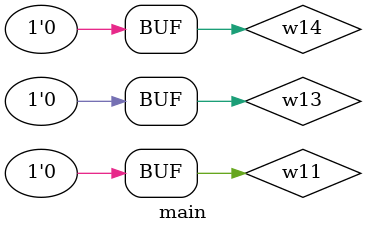
<source format=v>

module ALU(F, B, N, C, A, Z);
//: interface  /sz:(180, 121) /bd:[ Ri0>B[7:0](21/121) Ri1>A[7:0](58/121) Ri2>F[3:0](105/121) Lo0<C[7:0](32/121) Lo1<Z(80/121) Lo2<N(106/121) ]
supply0 w32;    //: /sn:0 {0}(20,-931)(20,-972)(-15,-972)(-15,-959){1}
input [7:0] B;    //: /sn:0 {0}(-248,-1431)(-158,-1431){1}
//: {2}(-154,-1431)(2,-1431){3}
//: {4}(-156,-1433)(-156,-1689)(-127,-1689){5}
//: {6}(-156,-1429)(-156,-1355){7}
//: {8}(-154,-1353)(1,-1353){9}
//: {10}(-156,-1351)(-156,-1303){11}
//: {12}(-154,-1301)(2,-1301){13}
//: {14}(-156,-1299)(-156,-1043){15}
//: {16}(-154,-1041)(8,-1041){17}
//: {18}(-156,-1039)(-156,-729){19}
//: {20}(-154,-727)(1,-727){21}
//: {22}(-156,-725)(-156,-443){23}
//: {24}(-154,-441)(2,-441){25}
//: {26}(-156,-439)(-156,-234){27}
//: {28}(-154,-232)(-2,-232){29}
//: {30}(-156,-230)(-156,-89){31}
//: {32}(-154,-87)(-5,-87){33}
//: {34}(-156,-85)(-156,65){35}
//: {36}(-154,67)(-6,67){37}
//: {38}(-156,69)(-156,169){39}
//: {40}(-154,171)(-3,171){41}
//: {42}(-156,173)(-156,265){43}
//: {44}(-154,267)(-3,267){45}
//: {46}(-156,269)(-156,396)(0,396){47}
supply0 w15;    //: /sn:0 {0}(14,-1235)(14,-1273)(-14,-1273)(-14,-1264){1}
input [3:0] F;    //: /sn:0 /dp:1 {0}(308,359)(381,359){1}
supply0 w3;    //: /sn:0 {0}(16,-1471)(16,-1508)(-8,-1508)(-8,-1498){1}
input [7:0] A;    //: /sn:0 {0}(-246,-1463)(-139,-1463){1}
//: {2}(-135,-1463)(2,-1463){3}
//: {4}(-137,-1465)(-137,-1579)(-126,-1579){5}
//: {6}(-137,-1461)(-137,-1360){7}
//: {8}(-135,-1358)(1,-1358){9}
//: {10}(-137,-1356)(-137,-1308){11}
//: {12}(-135,-1306)(2,-1306){13}
//: {14}(-137,-1304)(-137,-1229){15}
//: {16}(-135,-1227)(0,-1227){17}
//: {18}(-137,-1225)(-137,-925){19}
//: {20}(-135,-923)(6,-923){21}
//: {22}(-137,-921)(-137,-606){23}
//: {24}(-135,-604)(2,-604){25}
//: {26}(-137,-602)(-137,-266){27}
//: {28}(-135,-264)(-2,-264){29}
//: {30}(-137,-262)(-137,-121){31}
//: {32}(-135,-119)(-5,-119){33}
//: {34}(-137,-117)(-137,33){35}
//: {36}(-135,35)(-6,35){37}
//: {38}(-137,37)(-137,164){39}
//: {40}(-135,166)(-3,166){41}
//: {42}(-137,168)(-137,220){43}
//: {44}(-135,222)(-3,222){45}
//: {46}(-137,224)(-137,364)(-61,364){47}
output Z;    //: /sn:0 /dp:1 {0}(20,-1577)(-22,-1577){1}
supply0 w34;    //: /sn:0 {0}(15,-767)(15,-811)(-17,-811)(-17,-796){1}
supply0 w43;    //: /sn:0 {0}(97,340)(97,328)(118,328)(118,372){1}
supply0 w20;    //: /sn:0 {0}(14,356)(14,317)(-12,317)(-12,326){1}
output [7:0] C;    //: /sn:0 /dp:1 {0}(634,210)(685,210){1}
supply0 w29;    //: /sn:0 {0}(22,-1081)(22,-1125)(-10,-1125)(-10,-1110){1}
output N;    //: /sn:0 {0}(-23,-1687)(22,-1687){1}
wire [7:0] w6;    //: /sn:0 /dp:1 {0}(512,276)(235,276)(235,-113)(24,-113){1}
wire [7:0] w45;    //: /sn:0 {0}(40,479)(78,479)(78,412)(104,412){1}
wire [7:0] w7;    //: /sn:0 /dp:1 {0}(512,283)(221,283)(221,61)(23,61){1}
wire w61;    //: /sn:0 {0}(-120,-1584)(-81,-1584)(-81,-1579)(-43,-1579){1}
wire w60;    //: /sn:0 {0}(-120,-1574)(-43,-1574){1}
wire w56;    //: /sn:0 /dp:1 {0}(-120,-1544)(-61,-1544)(-61,-1559)(-43,-1559){1}
wire w16;    //: /sn:0 {0}(14,-1187)(14,-1154)(-13,-1154)(-13,-1169){1}
wire [7:0] w14;    //: /sn:0 {0}(29,-1211)(331,-1211)(331,163)(512,163){1}
wire [7:0] w19;    //: /sn:0 {0}(29,380)(104,380){1}
wire [7:0] w4;    //: /sn:0 /dp:1 {0}(512,263)(259,263)(259,-441)(23,-441){1}
wire [2:0] w38;    //: /sn:0 /dp:1 {0}(13,-403)(13,-367)(-5,-367){1}
wire w69;    //: /sn:0 {0}(-121,-1704)(-76,-1704)(-76,-1694)(-44,-1694){1}
wire [2:0] w0;    //: /sn:0 {0}(387,364)(434,364)(434,235){1}
//: {2}(436,233)(528,233)(528,264){3}
//: {4}(434,231)(434,114)(528,114)(528,144){5}
wire w66;    //: /sn:0 {0}(-121,-1674)(-81,-1674)(-81,-1679)(-44,-1679){1}
wire w64;    //: /sn:0 {0}(-120,-1614)(-65,-1614)(-65,-1594)(-43,-1594){1}
wire [7:0] w37;    //: /sn:0 {0}(30,-743)(292,-743)(292,183)(512,183){1}
wire w63;    //: /sn:0 {0}(-120,-1604)(-70,-1604)(-70,-1589)(-43,-1589){1}
wire [7:0] w21;    //: /sn:0 /dp:1 {0}(512,190)(279,190)(279,-604)(23,-604){1}
wire w67;    //: /sn:0 {0}(-121,-1684)(-44,-1684){1}
wire w58;    //: /sn:0 {0}(-121,-1654)(-62,-1654)(-62,-1669)(-44,-1669){1}
wire [7:0] w31;    //: /sn:0 {0}(35,-907)(305,-907)(305,176)(512,176){1}
wire [7:0] w28;    //: /sn:0 {0}(37,-1057)(319,-1057)(319,170)(512,170){1}
wire [7:0] w41;    //: /sn:0 {0}(24,-93)(69,-93)(69,-79){1}
wire [7:0] w36;    //: /sn:0 {0}(-27,-759)(1,-759){1}
wire [7:0] w24;    //: /sn:0 /dp:1 {0}(22,-1355)(356,-1355)(356,150)(512,150){1}
wire [7:0] w23;    //: /sn:0 {0}(541,167)(595,167)(595,200)(605,200){1}
wire w1;    //: /sn:0 {0}(387,354)(421,354)(421,100)(621,100)(621,187){1}
wire [2:0] w25;    //: /sn:0 /dp:1 {0}(-7,-540)(13,-540)(13,-566){1}
wire w65;    //: /sn:0 {0}(-121,-1664)(-72,-1664)(-72,-1674)(-44,-1674){1}
wire [7:0] w40;    //: /sn:0 {0}(81,-253)(111,-253)(111,-290){1}
wire w35;    //: /sn:0 {0}(15,-719)(15,-686)(-18,-686)(-18,-702){1}
wire [7:0] w18;    //: /sn:0 {0}(-33,-891)(6,-891){1}
wire [7:0] w8;    //: /sn:0 /dp:1 {0}(512,290)(206,290)(206,169)(18,169){1}
wire w71;    //: /sn:0 {0}(-121,-1724)(-66,-1724)(-66,-1704)(-44,-1704){1}
wire w68;    //: /sn:0 {0}(-121,-1694)(-82,-1694)(-82,-1689)(-44,-1689){1}
wire w30;    //: /sn:0 {0}(22,-1033)(22,-1000)(-11,-1000)(-11,-1016){1}
wire [7:0] w17;    //: /sn:0 {0}(-43,-1195)(0,-1195){1}
wire [7:0] w22;    //: /sn:0 /dp:1 {0}(23,-1303)(344,-1303)(344,156)(512,156){1}
wire w59;    //: /sn:0 {0}(-120,-1564)(-80,-1564)(-80,-1569)(-43,-1569){1}
wire w62;    //: /sn:0 {0}(-120,-1594)(-75,-1594)(-75,-1584)(-43,-1584){1}
wire w57;    //: /sn:0 {0}(-120,-1554)(-71,-1554)(-71,-1564)(-43,-1564){1}
wire [7:0] w44;    //: /sn:0 {0}(-45,364)(0,364){1}
wire w2;    //: /sn:0 {0}(16,-1423)(16,-1392)(-10,-1392)(-10,-1406){1}
wire [7:0] w12;    //: /sn:0 {0}(31,-1447)(369,-1447)(369,143)(512,143){1}
wire [7:0] w11;    //: /sn:0 {0}(512,310)(177,310)(177,396)(133,396){1}
wire w70;    //: /sn:0 {0}(-121,-1714)(-71,-1714)(-71,-1699)(-44,-1699){1}
wire [7:0] w10;    //: /sn:0 {0}(512,303)(176,303)(176,267)(13,267){1}
wire [7:0] w27;    //: /sn:0 {0}(-41,-1073)(8,-1073){1}
wire [7:0] w13;    //: /sn:0 {0}(541,287)(595,287)(595,220)(605,220){1}
wire w48;    //: /sn:0 {0}(118,420)(118,445)(151,445)(151,429){1}
wire w33;    //: /sn:0 {0}(20,-883)(20,-848)(-20,-848)(-20,-863){1}
wire [7:0] w5;    //: /sn:0 {0}(512,270)(247,270)(247,-243)(81,-243){1}
wire w42;    //: /sn:0 {0}(14,404)(14,440)(-15,440)(-15,425){1}
wire [7:0] w9;    //: /sn:0 /dp:1 {0}(512,296)(190,296)(190,222)(13,222){1}
wire [7:0] w39;    //: /sn:0 {0}(23,41)(69,41)(69,21){1}
wire [15:0] w26;    //: /sn:0 {0}(27,-248)(75,-248){1}
//: enddecls

  //: joint g61 (A) @(-137, -264) /anc:1 /w:[ 28 27 -1 30 ]
  add g4 (.A(B), .B(A), .S(w12), .CI(w3), .CO(w2));   //: @(18,-1447) /sn:0 /R:1 /anc:1 /w:[ 3 3 0 0 0 ]
  mux g8 (.I0(w12), .I1(w24), .I2(w22), .I3(w14), .I4(w28), .I5(w31), .I6(w37), .I7(w21), .S(w0), .Z(w23));   //: @(528,167) /sn:0 /R:1 /anc:1 /w:[ 1 1 1 1 1 1 1 0 5 0 ]
  //: joint g86 (A) @(-137, 222) /anc:1 /w:[ 44 43 -1 46 ]
  //: joint g58 (A) @(-137, -604) /anc:1 /w:[ 24 23 -1 26 ]
  concat g55 (.I0(w5), .I1(w40), .Z(w26));   //: @(76,-248) /sn:0 /R:2 /anc:1 /w:[ 1 0 1 ] /dr:1
  lshift g51 (.I(B), .Z(w4), .S(w38));   //: @(13,-441) /sn:0 /R:1 /anc:1 /w:[ 25 1 0 ]
  //: comment g37 /dolink:0 /link:"" @(47,-924) /sn:0 /R:1 /anc:1
  //: /line:"DEC A"
  //: /end
  //: comment g34 /dolink:0 /link:"" @(39,-1227) /sn:0 /R:1 /anc:1
  //: /line:"INC A"
  //: /end
  add g13 (.A(w17), .B(A), .S(w14), .CI(w15), .CO(w16));   //: @(16,-1211) /sn:0 /R:1 /anc:1 /w:[ 1 17 0 0 0 ]
  concat g3 (.I0(w0), .I1(w1), .Z(F));   //: @(382,359) /sn:0 /R:2 /anc:1 /w:[ 0 0 1 ] /dr:1
  //: dip g89 (w45) @(2,479) /sn:0 /R:1 /anc:1 /w:[ 0 ] /st:1
  //: joint g77 (B) @(-156, 171) /anc:1 /w:[ 40 39 -1 42 ]
  //: joint g76 (A) @(-137, 166) /anc:1 /w:[ 40 39 -1 42 ]
  div g65 (.A(B), .B(A), .Q(w39), .R(w7));   //: @(10,51) /sn:0 /R:1 /anc:1 /w:[ 37 37 0 1 ]
  //: input g2 (F) @(306,359) /sn:0 /anc:1 /w:[ 0 ]
  //: joint g59 (B) @(-156, -441) /anc:1 /w:[ 24 23 -1 26 ]
  //: joint g72 (A) @(-137, 35) /anc:1 /w:[ 36 35 -1 38 ]
  //: input g1 (B) @(-250,-1431) /sn:0 /anc:1 /w:[ 0 ]
  //: output g98 (N) @(19,-1687) /sn:0 /anc:1 /w:[ 1 ]
  //: comment g64 /dolink:0 /link:"" @(33,-138) /sn:0 /R:2 /anc:1
  //: /line:"B div A - remainder lost"
  //: /end
  and g96 (.I0(!w71), .I1(!w70), .I2(!w69), .I3(!w68), .I4(!w67), .I5(!w66), .I6(!w65), .I7(!w58), .Z(N));   //: @(-33,-1687) /sn:0 /anc:1 /w:[ 1 1 1 1 1 1 1 1 0 ]
  led g16 (.I(w16));   //: @(-13,-1176) /sn:0 /anc:1 /w:[ 1 ] /type:0
  //: frame g11 @(394,73) /sn:0 /anc:1 /wi:271 /ht:251 /tx:""
  //: joint g87 (B) @(-156, 267) /anc:1 /w:[ 44 43 -1 46 ]
  //: comment g78 /dolink:0 /link:"" @(27,206) /sn:0 /anc:1
  //: /line:"Not A"
  //: /end
  //: comment g50 /dolink:0 /link:"" @(29,-625) /sn:0 /R:1 /anc:1
  //: /line:"Shift A left 1 bit"
  //: /end
  //: supply0 g28 (w29) @(-10,-1104) /sn:0 /anc:1 /w:[ 1 ]
  //: output g10 (C) @(682,210) /sn:0 /anc:1 /w:[ 1 ]
  //: comment g32 /dolink:0 /link:"" @(33,-1372) /sn:0 /R:1 /anc:1
  //: /line:"A and B"
  //: /end
  led g27 (.I(w30));   //: @(-11,-1023) /sn:0 /anc:1 /w:[ 1 ] /type:0
  //: joint g19 (A) @(-137, -1463) /anc:1 /w:[ 2 4 1 6 ]
  //: comment g69 /dolink:0 /link:"" @(29,65) /sn:0 /anc:1
  //: /line:"B mod A - quotient lost"
  //: /end
  led g38 (.I(w33));   //: @(-20,-870) /sn:0 /anc:1 /w:[ 1 ] /type:0
  mux g6 (.I0(w23), .I1(w13), .S(w1), .Z(C));   //: @(621,210) /sn:0 /R:1 /anc:1 /w:[ 1 1 1 0 ]
  //: comment g75 /dolink:0 /link:"" @(28,151) /sn:0 /anc:1
  //: /line:"A xor B"
  //: /end
  //: comment g57 /dolink:0 /link:"" @(29,-227) /sn:0 /anc:1
  //: /line:"A x B - overflow lost"
  //: /end
  //: comment g53 /dolink:0 /link:"" @(29,-461) /sn:0 /R:1 /anc:1
  //: /line:"Shift B left 1 bit"
  //: /end
  mux g7 (.I0(w4), .I1(w5), .I2(w6), .I3(w7), .I4(w8), .I5(w9), .I6(w10), .I7(w11), .S(w0), .Z(w13));   //: @(528,287) /sn:0 /R:1 /anc:1 /w:[ 0 0 0 0 0 0 0 0 3 0 ]
  //: joint g9 (w0) @(434, 233) /anc:1 /w:[ 2 4 -1 1 ]
  not g71 (.I(A), .Z(w9));   //: @(3,222) /sn:0 /anc:1 /w:[ 45 1 ]
  //: comment g31 /dolink:0 /link:"" @(42,-1467) /sn:0 /R:1 /anc:1
  //: /line:"A+B"
  //: /end
  or g20 (.I0(A), .I1(B), .Z(w22));   //: @(13,-1303) /sn:0 /anc:1 /w:[ 13 13 0 ]
  and g15 (.I0(A), .I1(B), .Z(w24));   //: @(12,-1355) /sn:0 /anc:1 /w:[ 9 9 0 ]
  //: joint g68 (B) @(-156, -87) /anc:1 /w:[ 32 31 -1 34 ]
  //: joint g67 (A) @(-137, -119) /anc:1 /w:[ 32 31 -1 34 ]
  //: supply0 g39 (w32) @(-15,-953) /sn:0 /anc:1 /w:[ 1 ]
  lshift g48 (.I(A), .Z(w21), .S(w25));   //: @(13,-604) /sn:0 /R:1 /anc:1 /w:[ 25 1 1 ]
  led g43 (.I(w35));   //: @(-18,-709) /sn:0 /anc:1 /w:[ 1 ] /type:0
  add g88 (.A(w45), .B(w19), .S(w11), .CI(w43), .CO(w48));   //: @(120,396) /sn:0 /R:1 /anc:1 /w:[ 1 1 1 1 0 ]
  //: joint g73 (B) @(-156, 67) /anc:1 /w:[ 36 35 -1 38 ]
  //: joint g62 (B) @(-156, -232) /anc:1 /w:[ 28 27 -1 30 ]
  //: dip g29 (w27) @(-79,-1073) /sn:0 /R:1 /anc:1 /w:[ 0 ] /st:1
  //: dip g25 (w38) @(-43,-367) /sn:0 /R:1 /anc:1 /w:[ 1 ] /st:1
  //: joint g17 (A) @(-137, -1306) /anc:1 /w:[ 12 11 -1 14 ]
  led g63 (.I(w41));   //: @(69,-72) /sn:0 /R:2 /anc:1 /w:[ 1 ] /type:2
  //: joint g52 (B) @(-156, -727) /anc:1 /w:[ 20 19 -1 22 ]
  //: supply0 g42 (w34) @(-17,-790) /sn:0 /anc:1 /w:[ 1 ]
  //: supply0 g83 (w20) @(-12,332) /sn:0 /anc:1 /w:[ 1 ]
  not g74 (.I(B), .Z(w10));   //: @(3,267) /sn:0 /anc:1 /w:[ 45 1 ]
  led g56 (.I(w40));   //: @(111,-297) /sn:0 /anc:1 /w:[ 1 ] /type:2
  //: supply0 g14 (w15) @(-14,-1258) /sn:0 /anc:1 /w:[ 1 ]
  //: supply0 g5 (w3) @(-8,-1492) /sn:0 /anc:1 /w:[ 1 ]
  concat g95 (.I0(w58), .I1(w65), .I2(w66), .I3(w67), .I4(w68), .I5(w69), .I6(w70), .I7(w71), .Z(B));   //: @(-126,-1689) /sn:0 /R:2 /anc:1 /w:[ 0 0 0 0 0 0 0 0 5 ] /dr:1
  concat g94 (.I0(w56), .I1(w57), .I2(w59), .I3(w60), .I4(w61), .I5(w62), .I6(w63), .I7(w64), .Z(A));   //: @(-125,-1579) /sn:0 /R:2 /anc:1 /w:[ 0 0 0 0 0 0 0 0 5 ] /dr:1
  //: comment g80 /dolink:0 /link:"" @(443,59) /sn:0 /anc:1
  //: /line:"16 x 1 Multiplexor"
  //: /end
  //: comment g79 /dolink:0 /link:"" @(27,252) /sn:0 /anc:1
  //: /line:"Not B"
  //: /end
  //: joint g47 (B) @(-156, -1041) /anc:1 /w:[ 16 15 -1 18 ]
  //: dip g44 (w36) @(-65,-759) /sn:0 /R:1 /anc:1 /w:[ 0 ] /st:255
  //: comment g92 /dolink:0 /link:"" @(-20,503) /sn:0 /anc:1
  //: /line:"B - A = B + Not A + 1"
  //: /end
  not g85 (.I(A), .Z(w44));   //: @(-55,364) /sn:0 /anc:1 /w:[ 47 0 ]
  led g84 (.I(w42));   //: @(-15,418) /sn:0 /anc:1 /w:[ 1 ] /type:0
  add g36 (.A(w18), .B(A), .S(w31), .CI(w32), .CO(w33));   //: @(22,-907) /sn:0 /R:1 /anc:1 /w:[ 1 21 0 0 0 ]
  //: dip g24 (w25) @(-45,-540) /sn:0 /R:1 /anc:1 /w:[ 0 ] /st:1
  //: joint g21 (A) @(-137, -1358) /anc:1 /w:[ 8 7 -1 10 ]
  //: joint g41 (A) @(-137, -1227) /anc:1 /w:[ 16 15 -1 18 ]
  //: dip g23 (w17) @(-81,-1195) /sn:0 /R:1 /anc:1 /w:[ 0 ] /st:1
  //: frame g93 @(-66,306) /sn:0 /anc:1 /wi:236 /ht:191 /tx:""
  add g81 (.A(B), .B(w44), .S(w19), .CI(w20), .CO(w42));   //: @(16,380) /sn:0 /R:1 /w:[ 47 1 0 0 0 ]
  div g60 (.A(B), .B(A), .Q(w6), .R(w41));   //: @(11,-103) /sn:0 /R:1 /anc:1 /w:[ 33 33 1 0 ]
  mult g54 (.A(B), .B(A), .P(w26));   //: @(14,-248) /sn:0 /R:1 /anc:1 /w:[ 29 29 0 ]
  //: dip g40 (w18) @(-71,-891) /sn:0 /R:1 /anc:1 /w:[ 0 ] /st:255
  led g90 (.I(w48));   //: @(151,422) /sn:0 /anc:1 /w:[ 1 ] /type:0
  xor g70 (.I0(A), .I1(B), .Z(w8));   //: @(8,169) /sn:0 /anc:1 /w:[ 41 41 1 ]
  //: comment g46 /dolink:0 /link:"" @(39,-759) /sn:0 /R:1
  //: /line:"DEC B"
  //: /end
  add g45 (.A(B), .B(w36), .S(w37), .CI(w34), .CO(w35));   //: @(17,-743) /sn:0 /R:1 /anc:1 /w:[ 21 1 0 0 0 ]
  //: comment g35 /dolink:0 /link:"" @(46,-1073) /sn:0 /R:1 /anc:1
  //: /line:"INC B"
  //: /end
  add g26 (.A(B), .B(w27), .S(w28), .CI(w29), .CO(w30));   //: @(24,-1057) /sn:0 /R:1 /anc:1 /w:[ 17 1 0 0 0 ]
  //: joint g22 (B) @(-156, -1353) /anc:1 /w:[ 8 7 -1 10 ]
  //: input g0 (A) @(-248,-1463) /sn:0 /anc:1 /w:[ 0 ]
  //: output g97 (Z) @(17,-1577) /sn:0 /anc:1 /w:[ 0 ]
  and g82 (.I0(!w64), .I1(!w63), .I2(!w62), .I3(!w61), .I4(!w60), .I5(!w59), .I6(!w57), .I7(!w56), .Z(Z));   //: @(-32,-1577) /sn:0 /anc:1 /w:[ 1 1 1 1 1 1 1 1 1 ]
  led g66 (.I(w39));   //: @(69,14) /sn:0 /anc:1 /w:[ 1 ] /type:2
  //: joint g18 (B) @(-156, -1431) /anc:1 /w:[ 2 4 1 6 ]
  led g12 (.I(w2));   //: @(-10,-1413) /sn:0 /anc:1 /w:[ 1 ] /type:0
  //: supply0 g91 (w43) @(97,346) /sn:0 /anc:1 /w:[ 0 ]
  //: comment g33 /dolink:0 /link:"" @(37,-1320) /sn:0 /R:1 /anc:1
  //: /line:"A or B"
  //: /end
  //: joint g30 (B) @(-156, -1301) /anc:1 /w:[ 12 11 -1 14 ]
  //: joint g49 (A) @(-137, -923) /anc:1 /w:[ 20 19 -1 22 ]

endmodule

module cpu(DI, MD, PA, DWE, DO, MA, clk, DA, PI, rst);
//: interface  /sz:(116, 360) /bd:[ Li0>rst(200/360) Li1>clk(166/360) Li2>PI[7:0](82/360) Ri0>MD[31:0](327/360) Ri1>DI[7:0](170/360) Lo0<POE(126/360) Lo1<PA[7:0](46/360) Ro0<DA[7:0](47/360) Ro1<MA[7:0](290/360) Ro2<DOE(214/360) Ro3<DO[7:0](130/360) Ro4<DWE(88/360) ]
input [31:0] MD;    //: /sn:0 /dp:1 {0}(2133,-35)(2133,-62)(2174,-62){1}
output [7:0] DO;    //: /sn:0 /dp:1 {0}(1339,937)(1339,117)(1137,117){1}
//: {2}(1133,117)(1109,117){3}
//: {4}(1105,117)(891,117){5}
//: {6}(889,115)(889,112){7}
//: {8}(889,119)(889,135)(940,135){9}
//: {10}(1107,119)(1107,936){11}
//: {12}(1135,119)(1135,128){13}
input [7:0] PI;    //: /sn:0 /dp:1 {0}(886,418)(886,395)(853,395){1}
output [7:0] MA;    //: /sn:0 /dp:1 {0}(2301,164)(2231,164){1}
input rst;    //: /sn:0 {0}(848,-61)(884,-61){1}
supply0 w36;    //: /sn:0 {0}(2052,284)(2052,274)(2076,274)(2076,303){1}
output [7:0] PA;    //: /sn:0 /dp:1 {0}(1755,375)(1790,375){1}
output DWE;    //: /sn:0 {0}(1587,-28)(1552,-28){1}
output [7:0] DA;    //: /sn:0 {0}(2202,265)(2254,265){1}
input [7:0] DI;    //: /sn:0 /dp:1 {0}(676,61)(769,61){1}
input clk;    //: /sn:0 {0}(426,133)(477,133)(477,105)(484,105){1}
wire w6;    //: /sn:0 {0}(1104,89)(1059,89)(1059,842)(922,842){1}
wire w32;    //: /sn:0 {0}(1104,69)(1037,69)(1037,568)(924,568){1}
wire [7:0] w7;    //: /sn:0 /dp:1 {0}(887,309)(887,285)(746,285){1}
//: {2}(744,283)(744,176){3}
//: {4}(746,174)(892,174)(892,208){5}
//: {6}(744,172)(744,41)(769,41){7}
//: {8}(744,287)(744,505){9}
//: {10}(746,507)(885,507)(885,553){11}
//: {12}(744,509)(744,639){13}
//: {14}(746,641)(884,641)(884,689){15}
//: {16}(744,643)(744,779){17}
//: {18}(746,781)(883,781)(883,827){19}
//: {20}(744,783)(744,1196)(840,1196){21}
wire w45;    //: /sn:0 {0}(570,101)(618,101){1}
//: {2}(622,101)(704,101)(704,101)(782,101){3}
//: {4}(786,101)(852,101){5}
//: {6}(784,103)(784,216){7}
//: {8}(786,218)(855,218){9}
//: {10}(784,220)(784,317){11}
//: {12}(786,319)(850,319){13}
//: {14}(784,321)(784,426){15}
//: {16}(786,428)(849,428){17}
//: {18}(784,430)(784,561){19}
//: {20}(786,563)(848,563){21}
//: {22}(784,565)(784,697){23}
//: {24}(786,699)(847,699){25}
//: {26}(784,701)(784,837)(846,837){27}
//: {28}(620,99)(620,-171)(2081,-171)(2081,-27){29}
//: {30}(2083,-25)(2096,-25){31}
//: {32}(2081,-23)(2081,7)(2192,7)(2192,-20)(2172,-20){33}
wire w46;    //: /sn:0 {0}(1862,-341)(1878,-341)(1878,-267)(1987,-267){1}
wire [7:0] w16;    //: /sn:0 {0}(1928,220)(1984,220)(1984,172)(2027,172){1}
wire [7:0] w14;    //: /sn:0 {0}(1782,54)(1110,54){1}
wire [7:0] w4;    //: /sn:0 {0}(1060,936)(1060,880)(993,880)(993,900){1}
wire [7:0] w15;    //: /sn:0 {0}(1299,937)(1299,863)(1138,863){1}
//: {2}(1136,861)(1136,851){3}
//: {4}(1134,863)(1069,863){5}
//: {6}(1065,863)(883,863)(883,848){7}
//: {8}(1067,865)(1067,936){9}
wire [3:0] w19;    //: /sn:0 /dp:1 {0}(1782,34)(1429,34)(1429,1269)(1022,1269){1}
wire w38;    //: /sn:0 {0}(1104,49)(1016,49)(1016,324)(926,324){1}
wire [7:0] w0;    //: /sn:0 /dp:1 {0}(1292,937)(1292,880)(1222,880)(1222,900){1}
wire w3;    //: /sn:0 {0}(432,100)(484,100){1}
wire w37;    //: /sn:0 /dp:1 {0}(2189,242)(2189,220)(2162,220)(2162,240)(1797,240)(1797,-14)(1772,-14)(1772,4)(1782,4){1}
wire [7:0] w34;    //: /sn:0 {0}(2056,154)(2202,154){1}
wire [7:0] w21;    //: /sn:0 {0}(2173,255)(1999,255){1}
//: {2}(1995,255)(1778,255){3}
//: {4}(1997,257)(1997,311)(2062,311){5}
wire w43;    //: /sn:0 {0}(505,103)(549,103){1}
wire w54;    //: /sn:0 {0}(1841,-344)(1831,-344)(1831,-410)(1989,-410)(1989,-365)(2389,-365)(2389,1373)(782,1373)(782,1244)(840,1244){1}
wire POE;    //: /sn:0 /dp:1 {0}(925,433)(1028,433)(1028,59)(1104,59){1}
wire [1:0] w31;    //: /sn:0 /dp:1 {0}(2043,131)(2043,-262)(1993,-262){1}
wire [7:0] w28;    //: /sn:0 {0}(1319,937)(1319,451){1}
//: {2}(1321,449)(1383,449)(1383,148)(2027,148){3}
//: {4}(1317,449)(1136,449){5}
//: {6}(1132,449)(1089,449){7}
//: {8}(1085,449)(886,449)(886,439){9}
//: {10}(1087,451)(1087,936){11}
//: {12}(1134,451)(1134,459){13}
wire [7:0] w20;    //: /sn:0 {0}(1305,937)(1305,715)(1136,715){1}
//: {2}(1132,715)(1075,715){3}
//: {4}(1071,715)(884,715)(884,710){5}
//: {6}(1073,717)(1073,936){7}
//: {8}(1134,717)(1134,725){9}
wire [7:0] w24;    //: /sn:0 {0}(1312,937)(1312,579)(1135,579){1}
//: {2}(1131,579)(1082,579){3}
//: {4}(1078,579)(885,579)(885,574){5}
//: {6}(1080,581)(1080,936){7}
//: {8}(1133,581)(1133,589){9}
wire [7:0] w41;    //: /sn:0 {0}(1707,385)(1726,385){1}
wire [7:0] w23;    //: /sn:0 {0}(1782,84)(1689,84)(1689,136)(2027,136){1}
wire [7:0] w1;    //: /sn:0 /dp:1 {0}(889,91)(889,51)(798,51){1}
wire DOE;    //: /sn:0 /dp:1 {0}(785,28)(785,19)(1104,19){1}
wire w25;    //: /sn:0 {0}(905,-63)(983,-63){1}
//: {2}(987,-63)(1039,-63)(1039,-157)(2218,-157)(2218,-32){3}
//: {4}(2216,-30)(2172,-30){5}
//: {6}(2218,-28)(2218,141){7}
//: {8}(985,-61)(985,94){9}
//: {10}(983,96)(928,96){11}
//: {12}(985,98)(985,211){13}
//: {14}(987,213)(1765,213)(1765,232){15}
//: {16}(983,213)(931,213){17}
//: {18}(985,215)(985,312){19}
//: {20}(987,314)(1742,314)(1742,352){21}
//: {22}(983,314)(926,314){23}
//: {24}(985,316)(985,421){25}
//: {26}(983,423)(925,423){27}
//: {28}(985,425)(985,556){29}
//: {30}(983,558)(924,558){31}
//: {32}(985,560)(985,692){33}
//: {34}(983,694)(923,694){35}
//: {36}(985,696)(985,832)(922,832){37}
wire w18;    //: /sn:0 {0}(851,-93)(875,-93)(875,-66)(884,-66){1}
wire [2:0] w8;    //: /sn:0 {0}(1782,74)(1626,74)(1626,1109)(1265,1109)(1265,953)(1293,953){1}
wire w40;    //: /sn:0 {0}(1104,29)(996,29)(996,106)(928,106){1}
wire w35;    //: /sn:0 {0}(2076,351)(2076,387)(2057,387)(2057,376){1}
wire [7:0] w30;    //: /sn:0 {0}(1726,365)(1704,365)(1704,335)(1327,335){1}
//: {2}(1323,335)(1136,335){3}
//: {4}(1132,335)(1095,335){5}
//: {6}(1091,335)(887,335)(887,330){7}
//: {8}(1093,337)(1093,936){9}
//: {10}(1134,337)(1134,346){11}
//: {12}(1325,337)(1325,937){13}
wire [1:0] w17;    //: /sn:0 /dp:1 {0}(1782,24)(1716,24)(1716,-20){1}
wire [7:0] w22;    //: /sn:0 {0}(2038,343)(2062,343){1}
wire [1:0] w53;    //: /sn:0 /dp:1 {0}(1791,-262)(1743,-262)(1743,14)(1782,14){1}
wire w49;    //: /sn:0 {0}(1950,-359)(1950,-325)(2360,-325)(2360,1341)(817,1341)(817,1270)(840,1270){1}
wire w57;    //: /sn:0 /dp:3 {0}(1782,44)(1445,44)(1445,-31)(1485,-31){1}
//: {2}(1489,-31)(1531,-31){3}
//: {4}(1487,-29)(1487,-3)(1499,-3){5}
wire [2:0] w12;    //: /sn:0 /dp:1 {0}(1782,64)(1611,64)(1611,1092)(1057,1092)(1057,952)(1061,952){1}
wire [7:0] w2;    //: /sn:0 {0}(2169,194)(2186,194)(2186,174)(2202,174){1}
wire w11;    //: /sn:0 {0}(424,31)(536,31)(536,98)(549,98){1}
wire [7:0] w10;    //: /sn:0 /dp:1 {0}(2027,160)(1969,160)(1969,180)(1929,180){1}
wire w13;    //: /sn:0 {0}(1104,79)(1048,79)(1048,704)(923,704){1}
wire [7:0] w27;    //: /sn:0 /dp:1 {0}(1749,265)(1706,265){1}
wire w52;    //: /sn:0 {0}(1797,-267)(1811,-267)(1811,-339)(1841,-339){1}
wire w48;    //: /sn:0 {0}(1515,-3)(1522,-3)(1522,-26)(1531,-26){1}
wire [7:0] w33;    //: /sn:0 {0}(1316,966)(1316,1222)(1022,1222){1}
wire [31:0] w5;    //: /sn:0 /dp:1 {0}(2133,-14)(2133,44)(1788,44){1}
wire [7:0] w29;    //: /sn:0 {0}(2091,327)(2140,327)(2140,275)(2173,275){1}
wire w9;    //: /sn:0 /dp:1 {0}(1987,-257)(1797,-257){1}
wire [7:0] w42;    //: /sn:0 {0}(892,229)(892,234)(1098,234){1}
//: {2}(1102,234)(1132,234){3}
//: {4}(1136,234)(1330,234){5}
//: {6}(1334,234)(1722,234)(1722,245)(1749,245){7}
//: {8}(1332,236)(1332,937){9}
//: {10}(1134,236)(1134,247){11}
//: {12}(1100,236)(1100,936){13}
wire [7:0] w26;    //: /sn:0 /dp:1 {0}(1084,965)(1084,1185)(1022,1185){1}
wire w39;    //: /sn:0 {0}(1104,39)(1006,39)(1006,223)(931,223){1}
//: enddecls

  and g8 (.I0(w57), .I1(w48), .Z(DWE));   //: @(1542,-28) /sn:0 /anc:1 /w:[ 3 1 1 ]
  //: dip g61 (w0) @(1222,911) /sn:0 /R:2 /anc:1 /w:[ 1 ] /st:0
  //: joint g4 (w45) @(784, 101) /anc:1 /w:[ 4 -1 3 6 ]
  //: joint g37 (w45) @(784, 699) /anc:1 /w:[ 24 23 -1 26 ]
  //: comment g34 /dolink:0 /link:"" @(878,555) /sn:0 /anc:1
  //: /line:"SP"
  //: /end
  register g13 (.Q(w24), .D(w7), .EN(!w32), .CLR(!w25), .CK(w45));   //: @(885,563) /sn:0 /anc:1 /w:[ 5 11 1 31 21 ]
  mux g3 (.I0(w7), .I1(DI), .S(DOE), .Z(w1));   //: @(785,51) /sn:0 /R:1 /anc:1 /w:[ 7 1 0 1 ]
  //: joint g51 (w20) @(1073, 715) /anc:1 /w:[ 3 -1 4 6 ]
  //: joint g55 (w42) @(1100, 234) /anc:1 /w:[ 2 -1 1 12 ]
  //: dip g58 (w4) @(993,911) /sn:0 /R:2 /anc:1 /w:[ 1 ] /st:0
  //: joint g86 (w21) @(1997, 255) /anc:1 /w:[ 1 -1 2 4 ]
  led g89 (.I(w42));   //: @(1134,254) /sn:0 /R:2 /anc:1 /w:[ 11 ] /type:2
  and g112 (.I0(w11), .I1(w43), .Z(w45));   //: @(560,101) /sn:0 /anc:1 /w:[ 1 1 0 ]
  //: input g2 (DI) @(674,61) /sn:0 /anc:1 /w:[ 0 ]
  //: joint g65 (w7) @(744, 781) /anc:1 /w:[ 18 17 -1 20 ]
  //: comment g76 /dolink:0 /link:"" @(1763,-239) /sn:0 /anc:1
  //: /line:"Two bits to branch."
  //: /line:"00 = No Branching"
  //: /line:"01 = Branch to MBR addr"
  //: /line:"10 = Branch to ADDR_1 if Z=0"
  //: /line:"11 = Branch to ADDR_2 if N=0"
  //: /end
  //: comment g77 /dolink:0 /link:"" @(1803,173) /sn:0 /anc:1
  //: /line:"ADDR_1"
  //: /end
  mux g110 (.I0(w21), .I1(w29), .S(w37), .Z(DA));   //: @(2189,265) /sn:0 /R:1 /anc:1 /w:[ 0 1 0 0 ]
  clock g111 (.Z(w11));   //: @(411,31) /sn:0 /anc:1 /w:[ 0 ] /omega:1000 /phi:0 /duty:50
  //: input g59 (MD) @(2176,-62) /sn:0 /R:2 /anc:1 /w:[ 1 ]
  //: joint g72 (w28) @(1319, 449) /anc:1 /w:[ 2 -1 4 1 ]
  //: dip g1 (w27) @(1668,265) /sn:0 /R:1 /anc:1 /w:[ 1 ] /st:0
  led g99 (.I(w15));   //: @(1136,844) /sn:0 /anc:1 /w:[ 3 ] /type:2
  //: joint g98 (w20) @(1134, 715) /anc:1 /w:[ 1 -1 2 8 ]
  concat g64 (.I0(w6), .I1(w13), .I2(w32), .I3(POE), .I4(w38), .I5(w39), .I6(w40), .I7(DOE), .Z(w14));   //: @(1109,54) /sn:0 /anc:1 /w:[ 0 0 0 1 0 0 0 1 1 ] /dr:0
  //: joint g96 (w24) @(1133, 579) /anc:1 /w:[ 1 -1 2 8 ]
  //: output g11 (PA) @(1787,375) /sn:0 /anc:1 /w:[ 1 ]
  register g16 (.Q(w42), .D(w7), .EN(!w39), .CLR(!w25), .CK(w45));   //: @(892,218) /sn:0 /anc:1 /w:[ 0 5 1 17 9 ]
  concat g122 (.I0(w9), .I1(w52), .Z(w53));   //: @(1792,-262) /sn:0 /R:2 /anc:1 /w:[ 1 0 0 ] /dr:1
  concat g121 (.I0(w9), .I1(w46), .Z(w31));   //: @(1992,-262) /sn:0 /anc:1 /w:[ 0 1 1 ] /dr:0
  mux g103 (.I0(w34), .I1(w2), .S(w25), .Z(MA));   //: @(2218,164) /sn:0 /R:1 /anc:1 /w:[ 1 1 7 1 ]
  register g28 (.Q(w28), .D(PI), .EN(!POE), .CLR(!w25), .CK(w45));   //: @(886,428) /sn:0 /w:[ 9 0 0 27 17 ]
  //: joint g50 (w15) @(1067, 863) /anc:1 /w:[ 5 -1 6 8 ]
  //: comment g78 /dolink:0 /link:"" @(1800,211) /sn:0 /anc:1
  //: /line:"ADDR_2"
  //: /end
  //: joint g10 (w30) @(1325, 335) /anc:1 /w:[ 1 -1 2 12 ]
  //: dip g87 (w22) @(2000,343) /sn:0 /R:1 /anc:1 /w:[ 0 ] /st:16
  buf g113 (.I(w57), .Z(w48));   //: @(1505,-3) /sn:0 /anc:1 /delay:" 500" /w:[ 5 0 ]
  register g32 (.Q(w20), .D(w7), .EN(!w13), .CLR(!w25), .CK(w45));   //: @(884,699) /sn:0 /anc:1 /w:[ 5 15 1 35 25 ]
  //: comment g27 /dolink:0 /link:"" @(880,312) /sn:0 /anc:1
  //: /line:"PC"
  //: /end
  //: joint g19 (w25) @(2218, -30) /anc:1 /w:[ -1 3 4 6 ]
  //: switch g102 (w18) @(834,-93) /sn:0 /anc:1 /w:[ 0 ] /st:0
  //: output g115 (DWE) @(1584,-28) /sn:0 /anc:1 /w:[ 0 ]
  //: comment g38 /dolink:0 /link:"" @(870,692) /sn:0 /anc:1
  //: /line:"TOS"
  //: /end
  //: joint g6 (DO) @(889, 117) /anc:1 /w:[ 5 6 -1 8 ]
  //: comment g69 /dolink:0 /link:"" @(1500,506) /sn:0 /anc:1
  //: /line:"or to the B BUS"
  //: /end
  //: comment g119 /dolink:0 /link:"" @(2000,-380) /sn:0 /anc:1
  //: /line:"Z=0"
  //: /line:""
  //: /end
  //: dip g75 (w16) @(1890,220) /sn:0 /R:1 /anc:1 /w:[ 0 ] /st:0
  //: output g7 (DO) @(937,135) /sn:0 /anc:1 /w:[ 9 ]
  //: joint g53 (w28) @(1087, 449) /anc:1 /w:[ 7 -1 8 10 ]
  //: output g57 (MA) @(2298,164) /sn:0 /anc:1 /w:[ 0 ]
  or g9 (.I0(w3), .I1(clk), .Z(w43));   //: @(495,103) /sn:0 /anc:1 /w:[ 1 1 0 ]
  mux g71 (.I0(w23), .I1(w28), .I2(w10), .I3(w16), .S(w31), .Z(w34));   //: @(2043,154) /sn:0 /R:1 /anc:1 /w:[ 1 3 0 1 0 0 ]
  //: joint g31 (w25) @(985, 314) /anc:1 /w:[ 20 19 22 24 ]
  register g20 (.Q(DO), .D(w1), .EN(!w40), .CLR(!w25), .CK(w45));   //: @(889,101) /sn:0 /anc:1 /w:[ 7 0 1 11 5 ]
  register g15 (.Q(w5), .D(MD), .EN(!w45), .CLR(!w25), .CK(w45));   //: @(2133,-25) /sn:0 /anc:1 /w:[ 0 0 33 5 31 ]
  //: comment g39 /dolink:0 /link:"" @(879,830) /sn:0 /anc:1
  //: /line:"H"
  //: /end
  //: comment g67 /dolink:0 /link:"" @(1633,504) /sn:0 /anc:1
  //: /line:"Which Register writes"
  //: /line:"to the A Bus:"
  //: /line:""
  //: /line:"001 = H"
  //: /line:"010 = TOS"
  //: /line:"011 = SP"
  //: /line:"100 = MBR"
  //: /line:"101 = PC"
  //: /line:"110 = MAR"
  //: /line:"111 = MBR"
  //: /end
  //: comment g68 /dolink:0 /link:"" @(1141,-123) /sn:0 /anc:1
  //: /line:"Which registers read from"
  //: /line:"the C Bus.  If the bit is"
  //: /line:"set, the following register"
  //: /line:"read:"
  //: /line:""
  //: /line:"0 = H"
  //: /line:"1 = TOS"
  //: /line:"2 = SP"
  //: /line:"3 = MBR from Text ROM"
  //: /line:"4 = PC"
  //: /line:"5 = MAR"
  //: /line:"6 = MDR"
  //: /line:"7 = 0 - MDR reads from C BUS"
  //: /line:"7 = 1 - MDR reads from DATA RAM"
  //: /end
  //: joint g43 (w7) @(744, 285) /anc:1 /w:[ 1 2 -1 8 ]
  mux g48 (.I0(w4), .I1(w15), .I2(w20), .I3(w24), .I4(w28), .I5(w30), .I6(w42), .I7(DO), .S(w12), .Z(w26));   //: @(1084,952) /sn:0 /anc:1 /w:[ 0 9 7 7 11 9 13 11 1 0 ]
  //: joint g88 (DO) @(1135, 117) /anc:1 /w:[ 1 -1 2 12 ]
  //: comment g29 /dolink:0 /link:"" @(877,421) /sn:0 /anc:1
  //: /line:"MBR"
  //: /end
  //: comment g25 /dolink:0 /link:"" @(879,94) /sn:0 /anc:1
  //: /line:"MDR"
  //: /end
  //: input g17 (clk) @(424,133) /sn:0 /anc:1 /w:[ 0 ]
  //: comment g62 /dolink:0 /link:"" @(1344,947) /sn:0 /anc:1
  //: /line:"A BUS"
  //: /end
  //: dip g73 (w10) @(1891,180) /sn:0 /R:1 /anc:1 /w:[ 1 ] /st:31
  //: dip g104 (w2) @(2131,194) /sn:0 /R:1 /anc:1 /w:[ 0 ] /st:0
  //: joint g42 (w25) @(985, 694) /anc:1 /w:[ -1 33 34 36 ]
  //: joint g52 (w24) @(1080, 579) /anc:1 /w:[ 3 -1 4 6 ]
  //: comment g63 /dolink:0 /link:"" @(1117,945) /sn:0 /anc:1
  //: /line:"B BUS"
  //: /end
  mux g106 (.I0(w42), .I1(w27), .S(w25), .Z(w21));   //: @(1765,255) /sn:0 /R:1 /anc:1 /w:[ 7 0 15 3 ]
  mux g107 (.I0(w30), .I1(w41), .S(w25), .Z(PA));   //: @(1742,375) /sn:0 /R:1 /anc:1 /w:[ 0 1 21 0 ]
  add g83 (.A(w22), .B(w21), .S(w29), .CI(w36), .CO(w35));   //: @(2078,327) /sn:0 /R:1 /anc:1 /w:[ 1 5 0 1 0 ]
  //: joint g100 (w15) @(1136, 863) /anc:1 /w:[ 1 2 4 -1 ]
  led g74 (.I(w17));   //: @(1716,-27) /sn:0 /anc:1 /w:[ 1 ] /type:2
  //: output g109 (DA) @(2251,265) /sn:0 /anc:1 /w:[ 1 ]
  //: joint g56 (DO) @(1107, 117) /anc:1 /w:[ 3 -1 4 10 ]
  ALU g14 (.F(w19), .A(w33), .B(w26), .N(w49), .Z(w54), .C(w7));   //: @(841, 1164) /sz:(180, 121) /sn:0 /anc:1 /p:[ Ri0>1 Ri1>1 Ri2>1 Lo0<1 Lo1<1 Lo2<21 ]
  //: switch g5 (w3) @(415,100) /sn:0 /anc:1 /w:[ 0 ] /st:1
  led g117 (.I(w49));   //: @(1950,-366) /sn:0 /anc:1 /w:[ 0 ] /type:0
  led g95 (.I(w24));   //: @(1133,596) /sn:0 /R:2 /anc:1 /w:[ 9 ] /type:2
  //: joint g94 (w28) @(1134, 449) /anc:1 /w:[ 5 -1 6 12 ]
  //: joint g44 (w7) @(744, 507) /anc:1 /w:[ 10 9 -1 12 ]
  //: comment g47 /dolink:0 /link:"" @(702,165) /sn:0 /R:1
  //: /line:"C Bus"
  //: /end
  //: comment g80 /dolink:0 /link:"" @(1701,151) /sn:0 /anc:1
  //: /line:"MBR addr"
  //: /end
  //: joint g79 (w45) @(2081, -25) /anc:1 /w:[ 30 29 -1 32 ]
  //: joint g21 (w25) @(985, 96) /anc:1 /w:[ -1 9 10 12 ]
  //: joint g92 (w30) @(1134, 335) /anc:1 /w:[ 3 -1 4 10 ]
  //: joint g36 (w45) @(784, 563) /anc:1 /w:[ 20 19 -1 22 ]
  //: joint g24 (w25) @(985, 213) /anc:1 /w:[ 14 13 16 18 ]
  //: joint g105 (w25) @(985, -63) /anc:1 /w:[ 2 -1 1 8 ]
  //: supply0 g84 (w36) @(2052,290) /sn:0 /anc:1 /w:[ 0 ]
  led g85 (.I(w35));   //: @(2057,369) /sn:0 /anc:1 /w:[ 1 ] /type:0
  //: joint g23 (w45) @(784, 218) /anc:1 /w:[ 8 7 -1 10 ]
  //: joint g41 (w25) @(985, 558) /anc:1 /w:[ -1 29 30 32 ]
  //: comment g116 /dolink:0 /link:"" @(1445,-74) /sn:0 /anc:1
  //: /line:"Delay to allow the"
  //: /line:"rest of the circuit"
  //: /line:"to catch up."
  //: /end
  or g101 (.I0(w18), .I1(rst), .Z(w25));   //: @(895,-63) /sn:0 /anc:1 /w:[ 1 1 0 ]
  led g93 (.I(w28));   //: @(1134,466) /sn:0 /R:2 /anc:1 /w:[ 13 ] /type:2
  //: comment g81 /dolink:0 /link:"" @(840,966) /sn:0 /anc:1
  //: /line:"0000 = A + B"
  //: /line:"0001 = A and B"
  //: /line:"0010 = A or B"
  //: /line:"0011 = INC A"
  //: /line:"0100 = INC B"
  //: /line:"0101 = DEC A"
  //: /line:"0110 = DEC B"
  //: /line:"0111 = Left shift A"
  //: /line:"1000 = Left shift B"
  //: /line:"1001 = A x B"
  //: /line:"1010 = B div A"
  //: /line:"1011 = B mod A"
  //: /line:"1100 = A xor B"
  //: /line:"1101 = NOT A"
  //: /line:"1110 = NOT B"
  //: /line:"1111 = B - A"
  //: /line:""
  //: /end
  concat g60 (.I0(w23), .I1(w8), .I2(w12), .I3(w14), .I4(w57), .I5(w19), .I6(w17), .I7(w53), .I8(w37), .Z(w5));   //: @(1787,44) /sn:0 /anc:1 /w:[ 0 0 0 0 0 0 0 1 1 1 ] /dr:0
  //: joint g40 (w25) @(985, 423) /anc:1 /w:[ -1 25 26 28 ]
  //: joint g54 (w30) @(1093, 335) /anc:1 /w:[ 5 -1 6 8 ]
  //: joint g90 (w42) @(1134, 234) /anc:1 /w:[ 4 -1 3 10 ]
  //: joint g35 (w45) @(784, 428) /anc:1 /w:[ 16 15 -1 18 ]
  //: comment g26 /dolink:0 /link:"" @(882,210) /sn:0 /anc:1
  //: /line:"MAR"
  //: /end
  register g22 (.Q(w30), .D(w7), .EN(!w38), .CLR(!w25), .CK(w45));   //: @(887,319) /sn:0 /anc:1 /w:[ 7 0 1 23 13 ]
  //: joint g45 (w7) @(744, 641) /anc:1 /w:[ 14 13 -1 16 ]
  //: joint g46 (w7) @(744, 174) /anc:1 /w:[ 4 6 -1 3 ]
  //: joint g70 (w45) @(620, 101) /w:[ 2 28 1 -1 ]
  //: joint g0 (w42) @(1332, 234) /w:[ 6 -1 5 8 ]
  //: comment g120 /dolink:0 /link:"" @(1958,-337) /sn:0 /anc:1
  //: /line:"N=0"
  //: /end
  //: joint g114 (w57) @(1487, -31) /anc:1 /w:[ 2 -1 1 4 ]
  led g97 (.I(w20));   //: @(1134,732) /sn:0 /R:2 /anc:1 /w:[ 9 ] /type:2
  led g82 (.I(DO));   //: @(1135,135) /sn:0 /R:2 /anc:1 /w:[ 13 ] /type:2
  //: comment g66 /dolink:0 /link:"" @(1700,120) /sn:0 /anc:1
  //: /line:"NEXT_ADDR"
  //: /end
  //: input g12 (PI) @(851,395) /sn:0 /anc:1 /w:[ 1 ]
  //: input g18 (rst) @(846,-61) /sn:0 /anc:1 /w:[ 0 ]
  led g91 (.I(w30));   //: @(1134,353) /sn:0 /R:2 /anc:1 /w:[ 11 ] /type:2
  register g33 (.Q(w15), .D(w7), .EN(!w6), .CLR(!w25), .CK(w45));   //: @(883,837) /sn:0 /anc:1 /w:[ 7 19 1 37 27 ]
  //: joint g30 (w45) @(784, 319) /anc:1 /w:[ 12 11 -1 14 ]
  //: dip g108 (w41) @(1669,385) /sn:0 /R:1 /anc:1 /w:[ 0 ] /st:0
  and g118 (.I0(w54), .I1(w52), .Z(w46));   //: @(1852,-341) /sn:0 /w:[ 0 1 0 ]
  mux g49 (.I0(w0), .I1(w15), .I2(w20), .I3(w24), .I4(w28), .I5(w30), .I6(w42), .I7(DO), .S(w8), .Z(w33));   //: @(1316,953) /sn:0 /anc:1 /w:[ 0 0 0 0 0 13 9 0 1 0 ]

endmodule

module main;    //: root_module
supply0 w14;    //: /sn:0 {0}(366,391)(366,408){1}
supply0 w11;    //: /sn:0 /dp:1 {0}(444,211)(444,197){1}
supply0 w13;    //: /sn:0 /dp:1 {0}(-14,183)(-14,199){1}
wire [7:0] w6;    //: /sn:0 {0}(178,364)(308,364){1}
//: {2}(312,364)(348,364){3}
//: {4}(310,366)(310,375){5}
wire [7:0] w7;    //: /sn:0 /dp:5 {0}(60,120)(-32,120){1}
//: {2}(-34,118)(-34,96){3}
//: {4}(-36,120)(-66,120)(-66,156)(-32,156){5}
wire w4;    //: /sn:0 {0}(458,197)(458,207){1}
//: {2}(460,209)(478,209)(478,137)(453,137){3}
//: {4}(451,135)(451,123){5}
//: {6}(451,139)(451,147){7}
//: {8}(458,211)(458,236)(424,236)(424,196)(389,196){9}
//: {10}(385,196)(280,196)(280,162)(178,162){11}
//: {12}(387,198)(387,275){13}
wire [7:0] w0;    //: /sn:0 /dp:5 {0}(178,121)(325,121){1}
//: {2}(327,119)(327,78){3}
//: {4}(327,123)(327,170)(433,170){5}
wire [31:0] w20;    //: /sn:0 {0}(484,376)(484,366){1}
//: {2}(486,364)(598,364)(598,449)(266,449)(266,401)(178,401){3}
//: {4}(482,364)(383,364){5}
wire [7:0] w1;    //: /sn:0 {0}(178,204)(253,204)(253,280)(379,280){1}
wire [7:0] w8;    //: /sn:0 /dp:7 {0}(395,280)(559,280)(559,172){1}
//: {2}(561,170)(614,170)(614,314)(226,314)(226,244)(178,244){3}
//: {4}(559,168)(559,93)(387,93)(387,78){5}
//: {6}(557,170)(468,170){7}
wire w12;    //: /sn:0 {0}(15,274)(60,274){1}
wire [7:0] w5;    //: /sn:0 /dp:2 {0}(3,156)(19,156){1}
//: {2}(23,156)(60,156){3}
//: {4}(21,154)(21,96){5}
wire w9;    //: /sn:0 /dp:1 {0}(14,240)(60,240){1}
//: enddecls

  //: joint g8 (w8) @(559, 170) /anc:1 /w:[ 2 4 6 1 ]
  //: supply0 g4 (w11) @(444,217) /sn:0 /anc:1 /w:[ 0 ]
  led g13 (.I(w5));   //: @(21,89) /sn:0 /anc:1 /w:[ 5 ] /type:2
  bufif1 g3 (.Z(w8), .I(w1), .E(w4));   //: @(385,280) /sn:0 /anc:1 /w:[ 0 1 13 ]
  //: comment g2 /dolink:0 /link:"" @(481,183) /sn:0 /anc:1
  //: /line:"DATA RAM"
  //: /end
  //: comment g1 /dolink:0 /link:"" @(385,347) /sn:0 /R:2 /anc:1
  //: /line:"Microcode ROM"
  //: /end
  //: comment g16 /dolink:0 /link:"" @(-47,48) /sn:0 /anc:1
  //: /line:"Addr"
  //: /end
  //: comment g11 /dolink:0 /link:"" @(-91,168) /sn:0 /anc:1
  //: /line:"Text ROM"
  //: /end
  led g28 (.I(w4));   //: @(451,116) /sn:0 /anc:1 /w:[ 5 ] /type:0
  cpu g10 (.rst(w12), .clk(w9), .PI(w5), .MD(w20), .DI(w8), .PA(w7), .DA(w0), .MA(w6), .DO(w1), .DWE(w4));   //: @(61, 74) /sz:(116, 360) /sn:0 /anc:1 /p:[ Li0>1 Li1>1 Li2>3 Ri0>3 Ri1>3 Lo0<0 Ro0<0 Ro1<0 Ro2<0 Ro3<11 ]
  //: joint g27 (w4) @(458, 209) /w:[ 2 1 -1 8 ]
  //: joint g19 (w0) @(327, 121) /anc:1 /w:[ -1 2 1 4 ]
  led g6 (.I(w8));   //: @(387,71) /sn:0 /anc:1 /w:[ 5 ] /type:2
  //: switch g9 (w12) @(-2,274) /sn:0 /anc:1 /w:[ 0 ] /st:0
  //: switch g7 (w9) @(-3,240) /sn:0 /anc:1 /w:[ 0 ] /st:1
  //: comment g20 /dolink:0 /link:"" @(315,29) /sn:0 /anc:1
  //: /line:"Addr"
  //: /end
  //: joint g15 (w5) @(21, 156) /anc:1 /w:[ 2 4 1 -1 ]
  //: joint g29 (w4) @(451, 137) /anc:1 /w:[ 3 4 -1 6 ]
  //: comment g17 /dolink:0 /link:"" @(6,48) /sn:0 /anc:1
  //: /line:"Inst"
  //: /end
  //: joint g25 (w20) @(484, 364) /w:[ 2 -1 4 1 ]
  //: joint g14 (w7) @(-34, 120) /anc:1 /w:[ 1 2 4 -1 ]
  //: supply0 g5 (w14) @(366,414) /sn:0 /anc:1 /w:[ 1 ]
  rom MicrocodeROM (.A(w6), .D(w20), .OE(w14));   //: @(366,365) /sn:0 /anc:1 /w:[ 3 5 0 ]
  led g24 (.I(w20));   //: @(484,383) /sn:0 /R:2 /anc:1 /w:[ 0 ] /type:2
  //: comment g21 /dolink:0 /link:"" @(371,29) /sn:0 /anc:1
  //: /line:"Data"
  //: /end
  ram DataRAM (.A(w0), .D(w8), .WE(!w4), .OE(w4), .CS(w11));   //: @(451,171) /sn:0 /anc:1 /w:[ 5 7 7 0 1 ]
  //: joint g23 (w6) @(310, 364) /anc:1 /w:[ 2 -1 1 4 ]
  //: joint g0 (w4) @(387, 196) /w:[ 9 -1 10 12 ]
  led g22 (.I(w6));   //: @(310,382) /sn:0 /R:2 /anc:1 /w:[ 5 ] /type:2
  //: supply0 g26 (w13) @(-14,205) /sn:0 /anc:1 /w:[ 1 ]
  led g18 (.I(w0));   //: @(327,71) /sn:0 /anc:1 /w:[ 3 ] /type:2
  led g12 (.I(w7));   //: @(-34,89) /sn:0 /anc:1 /w:[ 3 ] /type:2
  rom TextROM (.A(w7), .D(w5), .OE(w13));   //: @(-14,157) /sn:0 /anc:1 /w:[ 5 0 0 ]

endmodule

</source>
